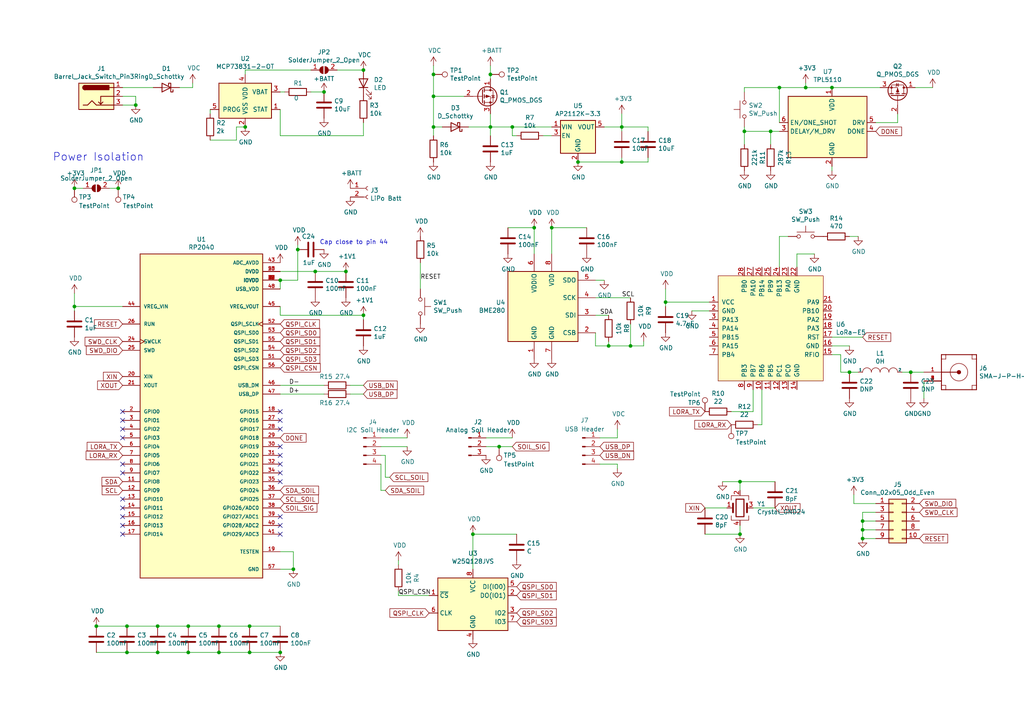
<source format=kicad_sch>
(kicad_sch (version 20211123) (generator eeschema)
  (paper "A4")
  (junction (at 45.72 181.61))
  (junction (at 182.88 100.33))
  (junction (at 214.63 139.7))
  (junction (at 39.37 30.48))
  (junction (at 250.19 156.21))
  (junction (at 167.64 46.99))
  (junction (at 63.5 181.61))
  (junction (at 142.24 36.83))
  (junction (at 45.72 189.23))
  (junction (at 160.02 66.04))
  (junction (at 214.63 154.94))
  (junction (at 21.59 88.9))
  (junction (at 176.53 100.33))
  (junction (at 100.33 78.74))
  (junction (at 154.94 66.04))
  (junction (at 81.28 189.23))
  (junction (at 21.59 54.61))
  (junction (at 241.3 25.4))
  (junction (at 36.83 189.23))
  (junction (at 36.83 181.61))
  (junction (at 86.36 72.39))
  (junction (at 148.59 36.83))
  (junction (at 71.12 36.83))
  (junction (at 233.68 25.4))
  (junction (at 125.73 21.59))
  (junction (at 105.41 91.44))
  (junction (at 91.44 78.74))
  (junction (at 250.19 153.67))
  (junction (at 223.52 38.1))
  (junction (at 180.34 46.99))
  (junction (at 63.5 189.23))
  (junction (at 54.61 181.61))
  (junction (at 72.39 181.61))
  (junction (at 125.73 27.94))
  (junction (at 142.24 21.59))
  (junction (at 34.29 54.61))
  (junction (at 180.34 36.83))
  (junction (at 193.04 87.63))
  (junction (at 215.9 38.1))
  (junction (at 226.06 25.4))
  (junction (at 264.16 107.95))
  (junction (at 125.73 36.83))
  (junction (at 81.28 81.28))
  (junction (at 85.09 165.1))
  (junction (at 27.94 181.61))
  (junction (at 93.98 26.67))
  (junction (at 137.16 154.94))
  (junction (at 72.39 189.23))
  (junction (at 144.78 129.54))
  (junction (at 250.19 151.13))
  (junction (at 246.38 107.95))
  (junction (at 105.41 20.32))
  (junction (at 54.61 189.23))
  (no_connect (at 81.28 139.7))
  (no_connect (at 35.56 127))
  (no_connect (at 35.56 152.4))
  (no_connect (at 35.56 137.16))
  (no_connect (at 35.56 147.32))
  (no_connect (at 35.56 124.46))
  (no_connect (at 81.28 119.38))
  (no_connect (at 81.28 154.94))
  (no_connect (at 35.56 144.78))
  (no_connect (at 35.56 119.38))
  (no_connect (at 81.28 132.08))
  (no_connect (at 35.56 134.62))
  (no_connect (at 81.28 137.16))
  (no_connect (at 81.28 121.92))
  (no_connect (at 81.28 152.4))
  (no_connect (at 81.28 124.46))
  (no_connect (at 35.56 154.94))
  (no_connect (at 35.56 149.86))
  (no_connect (at 81.28 134.62))
  (no_connect (at 81.28 149.86))
  (no_connect (at 81.28 129.54))
  (no_connect (at 35.56 121.92))
  (wire (pts (xy 55.88 25.4) (xy 55.88 24.13)))
  (wire (pts (xy 254 156.21) (xy 250.19 156.21)))
  (wire (pts (xy 97.79 20.32) (xy 105.41 20.32)))
  (wire (pts (xy 260.35 33.02) (xy 260.35 35.56)))
  (wire (pts (xy 105.41 91.44) (xy 105.41 92.71)))
  (wire (pts (xy 142.24 36.83) (xy 148.59 36.83)))
  (wire (pts (xy 81.28 165.1) (xy 85.09 165.1)))
  (wire (pts (xy 85.09 160.02) (xy 85.09 165.1)))
  (wire (pts (xy 215.9 38.1) (xy 223.52 38.1)))
  (wire (pts (xy 254 148.59) (xy 250.19 148.59)))
  (wire (pts (xy 182.88 86.36) (xy 172.72 86.36)))
  (wire (pts (xy 226.06 25.4) (xy 226.06 35.56)))
  (wire (pts (xy 186.69 100.33) (xy 182.88 100.33)))
  (wire (pts (xy 241.3 102.87) (xy 243.84 102.87)))
  (wire (pts (xy 214.63 142.24) (xy 214.63 139.7)))
  (wire (pts (xy 81.28 78.74) (xy 91.44 78.74)))
  (wire (pts (xy 105.41 39.37) (xy 105.41 35.56)))
  (wire (pts (xy 176.53 99.06) (xy 176.53 100.33)))
  (wire (pts (xy 111.76 138.43) (xy 113.03 138.43)))
  (wire (pts (xy 204.47 147.32) (xy 210.82 147.32)))
  (wire (pts (xy 218.44 119.38) (xy 218.44 113.03)))
  (wire (pts (xy 250.19 151.13) (xy 250.19 153.67)))
  (wire (pts (xy 110.49 129.54) (xy 118.11 129.54)))
  (wire (pts (xy 81.28 81.28) (xy 86.36 81.28)))
  (wire (pts (xy 187.96 36.83) (xy 187.96 38.1)))
  (wire (pts (xy 21.59 85.09) (xy 21.59 88.9)))
  (wire (pts (xy 91.44 78.74) (xy 100.33 78.74)))
  (wire (pts (xy 81.28 91.44) (xy 81.28 88.9)))
  (wire (pts (xy 233.68 25.4) (xy 226.06 25.4)))
  (wire (pts (xy 125.73 19.05) (xy 125.73 21.59)))
  (wire (pts (xy 172.72 96.52) (xy 172.72 100.33)))
  (wire (pts (xy 142.24 21.59) (xy 142.24 22.86)))
  (wire (pts (xy 180.34 46.99) (xy 167.64 46.99)))
  (wire (pts (xy 111.76 132.08) (xy 111.76 138.43)))
  (wire (pts (xy 176.53 100.33) (xy 182.88 100.33)))
  (wire (pts (xy 215.9 25.4) (xy 215.9 26.67)))
  (wire (pts (xy 63.5 189.23) (xy 72.39 189.23)))
  (wire (pts (xy 243.84 102.87) (xy 243.84 107.95)))
  (wire (pts (xy 140.97 127) (xy 148.59 127)))
  (wire (pts (xy 35.56 88.9) (xy 21.59 88.9)))
  (wire (pts (xy 186.69 99.06) (xy 186.69 100.33)))
  (wire (pts (xy 182.88 100.33) (xy 182.88 93.98)))
  (wire (pts (xy 187.96 46.99) (xy 180.34 46.99)))
  (wire (pts (xy 68.58 36.83) (xy 71.12 36.83)))
  (wire (pts (xy 231.14 77.47) (xy 231.14 73.66)))
  (wire (pts (xy 93.98 111.76) (xy 81.28 111.76)))
  (wire (pts (xy 110.49 142.24) (xy 111.76 142.24)))
  (wire (pts (xy 180.34 36.83) (xy 187.96 36.83)))
  (wire (pts (xy 223.52 38.1) (xy 226.06 38.1)))
  (wire (pts (xy 157.48 39.37) (xy 160.02 39.37)))
  (wire (pts (xy 71.12 20.32) (xy 90.17 20.32)))
  (wire (pts (xy 137.16 154.94) (xy 137.16 165.1)))
  (wire (pts (xy 170.18 66.04) (xy 160.02 66.04)))
  (wire (pts (xy 173.99 134.62) (xy 179.07 134.62)))
  (wire (pts (xy 60.96 40.64) (xy 68.58 40.64)))
  (wire (pts (xy 265.43 25.4) (xy 270.51 25.4)))
  (wire (pts (xy 223.52 38.1) (xy 223.52 41.91)))
  (wire (pts (xy 35.56 25.4) (xy 44.45 25.4)))
  (wire (pts (xy 125.73 21.59) (xy 125.73 27.94)))
  (wire (pts (xy 36.83 181.61) (xy 45.72 181.61)))
  (wire (pts (xy 142.24 36.83) (xy 142.24 33.02)))
  (wire (pts (xy 90.17 26.67) (xy 93.98 26.67)))
  (wire (pts (xy 173.99 127) (xy 179.07 127)))
  (wire (pts (xy 115.57 172.72) (xy 124.46 172.72)))
  (wire (pts (xy 140.97 129.54) (xy 144.78 129.54)))
  (wire (pts (xy 233.68 24.13) (xy 233.68 25.4)))
  (wire (pts (xy 179.07 134.62) (xy 179.07 135.89)))
  (wire (pts (xy 27.94 181.61) (xy 36.83 181.61)))
  (wire (pts (xy 180.34 33.02) (xy 180.34 36.83)))
  (wire (pts (xy 81.28 91.44) (xy 105.41 91.44)))
  (wire (pts (xy 125.73 27.94) (xy 125.73 36.83)))
  (wire (pts (xy 154.94 73.66) (xy 154.94 66.04)))
  (wire (pts (xy 254 153.67) (xy 250.19 153.67)))
  (wire (pts (xy 45.72 181.61) (xy 54.61 181.61)))
  (wire (pts (xy 125.73 27.94) (xy 134.62 27.94)))
  (wire (pts (xy 214.63 152.4) (xy 214.63 154.94)))
  (wire (pts (xy 233.68 25.4) (xy 241.3 25.4)))
  (wire (pts (xy 187.96 45.72) (xy 187.96 46.99)))
  (wire (pts (xy 125.73 36.83) (xy 128.27 36.83)))
  (wire (pts (xy 205.74 90.17) (xy 200.66 90.17)))
  (wire (pts (xy 247.65 143.51) (xy 247.65 146.05)))
  (wire (pts (xy 241.3 25.4) (xy 255.27 25.4)))
  (wire (pts (xy 86.36 71.12) (xy 86.36 72.39)))
  (wire (pts (xy 115.57 171.45) (xy 115.57 172.72)))
  (wire (pts (xy 144.78 129.54) (xy 148.59 129.54)))
  (wire (pts (xy 180.34 38.1) (xy 180.34 36.83)))
  (wire (pts (xy 27.94 189.23) (xy 36.83 189.23)))
  (wire (pts (xy 220.98 123.19) (xy 220.98 113.03)))
  (wire (pts (xy 71.12 21.59) (xy 71.12 20.32)))
  (wire (pts (xy 264.16 107.95) (xy 261.62 107.95)))
  (wire (pts (xy 149.86 154.94) (xy 137.16 154.94)))
  (wire (pts (xy 72.39 181.61) (xy 63.5 181.61)))
  (wire (pts (xy 250.19 97.79) (xy 241.3 97.79)))
  (wire (pts (xy 68.58 40.64) (xy 68.58 36.83)))
  (wire (pts (xy 267.97 107.95) (xy 264.16 107.95)))
  (wire (pts (xy 110.49 134.62) (xy 110.49 142.24)))
  (wire (pts (xy 267.97 110.49) (xy 267.97 115.57)))
  (wire (pts (xy 193.04 87.63) (xy 205.74 87.63)))
  (wire (pts (xy 21.59 88.9) (xy 21.59 90.17)))
  (wire (pts (xy 180.34 45.72) (xy 180.34 46.99)))
  (wire (pts (xy 115.57 162.56) (xy 115.57 163.83)))
  (wire (pts (xy 215.9 36.83) (xy 215.9 38.1)))
  (wire (pts (xy 39.37 30.48) (xy 35.56 30.48)))
  (wire (pts (xy 250.19 148.59) (xy 250.19 151.13)))
  (wire (pts (xy 204.47 154.94) (xy 214.63 154.94)))
  (wire (pts (xy 110.49 127) (xy 118.11 127)))
  (wire (pts (xy 39.37 27.94) (xy 39.37 30.48)))
  (wire (pts (xy 260.35 35.56) (xy 254 35.56)))
  (wire (pts (xy 215.9 38.1) (xy 215.9 41.91)))
  (wire (pts (xy 175.26 36.83) (xy 180.34 36.83)))
  (wire (pts (xy 179.07 124.46) (xy 179.07 127)))
  (wire (pts (xy 243.84 107.95) (xy 246.38 107.95)))
  (wire (pts (xy 52.07 25.4) (xy 55.88 25.4)))
  (wire (pts (xy 54.61 189.23) (xy 63.5 189.23)))
  (wire (pts (xy 193.04 83.82) (xy 193.04 87.63)))
  (wire (pts (xy 148.59 39.37) (xy 149.86 39.37)))
  (wire (pts (xy 254 151.13) (xy 250.19 151.13)))
  (wire (pts (xy 81.28 189.23) (xy 72.39 189.23)))
  (wire (pts (xy 241.3 48.26) (xy 241.3 49.53)))
  (wire (pts (xy 81.28 39.37) (xy 105.41 39.37)))
  (wire (pts (xy 212.09 119.38) (xy 218.44 119.38)))
  (wire (pts (xy 60.96 33.02) (xy 60.96 31.75)))
  (wire (pts (xy 148.59 36.83) (xy 148.59 39.37)))
  (wire (pts (xy 172.72 91.44) (xy 176.53 91.44)))
  (wire (pts (xy 81.28 81.28) (xy 81.28 83.82)))
  (wire (pts (xy 142.24 19.05) (xy 142.24 21.59)))
  (wire (pts (xy 81.28 31.75) (xy 81.28 39.37)))
  (wire (pts (xy 105.41 114.3) (xy 101.6 114.3)))
  (wire (pts (xy 226.06 68.58) (xy 226.06 77.47)))
  (wire (pts (xy 82.55 26.67) (xy 81.28 26.67)))
  (wire (pts (xy 121.92 76.2) (xy 121.92 83.82)))
  (wire (pts (xy 35.56 27.94) (xy 39.37 27.94)))
  (wire (pts (xy 246.38 68.58) (xy 248.92 68.58)))
  (wire (pts (xy 72.39 181.61) (xy 81.28 181.61)))
  (wire (pts (xy 247.65 146.05) (xy 254 146.05)))
  (wire (pts (xy 219.71 123.19) (xy 220.98 123.19)))
  (wire (pts (xy 175.26 81.28) (xy 172.72 81.28)))
  (wire (pts (xy 250.19 153.67) (xy 250.19 156.21)))
  (wire (pts (xy 135.89 36.83) (xy 142.24 36.83)))
  (wire (pts (xy 105.41 111.76) (xy 101.6 111.76)))
  (wire (pts (xy 148.59 36.83) (xy 160.02 36.83)))
  (wire (pts (xy 142.24 36.83) (xy 142.24 39.37)))
  (wire (pts (xy 54.61 181.61) (xy 63.5 181.61)))
  (wire (pts (xy 154.94 66.04) (xy 147.32 66.04)))
  (wire (pts (xy 93.98 114.3) (xy 81.28 114.3)))
  (wire (pts (xy 125.73 36.83) (xy 125.73 39.37)))
  (wire (pts (xy 45.72 189.23) (xy 54.61 189.23)))
  (wire (pts (xy 214.63 139.7) (xy 224.79 139.7)))
  (wire (pts (xy 31.75 54.61) (xy 34.29 54.61)))
  (wire (pts (xy 231.14 73.66) (xy 236.22 73.66)))
  (wire (pts (xy 214.63 139.7) (xy 209.55 139.7)))
  (wire (pts (xy 226.06 25.4) (xy 215.9 25.4)))
  (wire (pts (xy 110.49 132.08) (xy 111.76 132.08)))
  (wire (pts (xy 193.04 87.63) (xy 193.04 88.9)))
  (wire (pts (xy 21.59 54.61) (xy 24.13 54.61)))
  (wire (pts (xy 81.28 160.02) (xy 85.09 160.02)))
  (wire (pts (xy 228.6 68.58) (xy 226.06 68.58)))
  (wire (pts (xy 160.02 66.04) (xy 160.02 73.66)))
  (wire (pts (xy 36.83 189.23) (xy 45.72 189.23)))
  (wire (pts (xy 248.92 107.95) (xy 246.38 107.95)))
  (wire (pts (xy 224.79 147.32) (xy 218.44 147.32)))
  (wire (pts (xy 86.36 72.39) (xy 86.36 81.28)))
  (wire (pts (xy 246.38 100.33) (xy 241.3 100.33)))
  (wire (pts (xy 172.72 100.33) (xy 176.53 100.33)))
  (text "Power Isolation" (at 15.24 46.99 0) (effects (font (size 2.2606 2.2606)) (justify left bottom)))
  (text "Cap close to pin 44" (at 92.71 71.12 0) (effects (font (size 1.27 1.27)) (justify left bottom)))
  (label "D-" (at 83.82 111.76 0))
  (label "SCL" (at 180.34 86.36 0))
  (label "SDA" (at 173.99 91.44 0))
  (label "RESET" (at 121.92 81.28 0))
  (label "QSPI_CSN" (at 115.57 172.72 0))
  (label "D+" (at 83.82 114.3 0))
  (global_label "SDA" (shape input) (at 35.56 139.7 180) (property "Intersheet References" "${INTERSHEET_REFS}" (effects hide)))
  (global_label "USB_DN" (shape input) (at 105.41 111.76 0) (property "Intersheet References" "${INTERSHEET_REFS}" (effects hide)))
  (global_label "RESET" (shape input) (at 266.7 156.21 0) (property "Intersheet References" "${INTERSHEET_REFS}" (effects hide)))
  (global_label "SDA_SOIL" (shape input) (at 81.28 142.24 0) (property "Intersheet References" "${INTERSHEET_REFS}" (effects hide)))
  (global_label "USB_DP" (shape input) (at 105.41 114.3 0) (property "Intersheet References" "${INTERSHEET_REFS}" (effects hide)))
  (global_label "LORA_TX" (shape input) (at 204.47 119.38 180) (property "Intersheet References" "${INTERSHEET_REFS}" (effects hide)))
  (global_label "QSPI_SD3" (shape input) (at 81.28 104.14 0) (property "Intersheet References" "${INTERSHEET_REFS}" (effects hide)))
  (global_label "LORA_RX" (shape input) (at 35.56 132.08 180) (property "Intersheet References" "${INTERSHEET_REFS}" (effects hide)))
  (global_label "QSPI_CLK" (shape input) (at 81.28 93.98 0) (property "Intersheet References" "${INTERSHEET_REFS}" (effects hide)))
  (global_label "QSPI_SD2" (shape input) (at 81.28 101.6 0) (property "Intersheet References" "${INTERSHEET_REFS}" (effects hide)))
  (global_label "SWD_DIO" (shape input) (at 35.56 101.6 180) (property "Intersheet References" "${INTERSHEET_REFS}" (effects hide)))
  (global_label "SCL_SOIL" (shape input) (at 113.03 138.43 0) (property "Intersheet References" "${INTERSHEET_REFS}" (effects hide)))
  (global_label "LORA_TX" (shape input) (at 35.56 129.54 180) (property "Intersheet References" "${INTERSHEET_REFS}" (effects hide)))
  (global_label "QSPI_CSN" (shape input) (at 81.28 106.68 0) (property "Intersheet References" "${INTERSHEET_REFS}" (effects hide)))
  (global_label "QSPI_SD3" (shape input) (at 149.86 180.34 0) (property "Intersheet References" "${INTERSHEET_REFS}" (effects hide)))
  (global_label "RESET" (shape input) (at 250.19 97.79 0) (property "Intersheet References" "${INTERSHEET_REFS}" (effects hide)))
  (global_label "USB_DP" (shape input) (at 173.99 129.54 0) (property "Intersheet References" "${INTERSHEET_REFS}" (effects hide)))
  (global_label "XOUT" (shape input) (at 35.56 111.76 180) (property "Intersheet References" "${INTERSHEET_REFS}" (effects hide)))
  (global_label "SOIL_SIG" (shape input) (at 81.28 147.32 0) (property "Intersheet References" "${INTERSHEET_REFS}" (effects hide)))
  (global_label "QSPI_SD2" (shape input) (at 149.86 177.8 0) (property "Intersheet References" "${INTERSHEET_REFS}" (effects hide)))
  (global_label "XIN" (shape input) (at 204.47 147.32 180) (property "Intersheet References" "${INTERSHEET_REFS}" (effects hide)))
  (global_label "XOUT" (shape input) (at 224.79 147.32 0) (property "Intersheet References" "${INTERSHEET_REFS}" (effects hide)))
  (global_label "LORA_RX" (shape input) (at 212.09 123.19 180) (property "Intersheet References" "${INTERSHEET_REFS}" (effects hide)))
  (global_label "SOIL_SIG" (shape input) (at 148.59 129.54 0) (property "Intersheet References" "${INTERSHEET_REFS}" (effects hide)))
  (global_label "SCL_SOIL" (shape input) (at 81.28 144.78 0) (property "Intersheet References" "${INTERSHEET_REFS}" (effects hide)))
  (global_label "SWD_CLK" (shape input) (at 35.56 99.06 180) (property "Intersheet References" "${INTERSHEET_REFS}" (effects hide)))
  (global_label "RESET" (shape input) (at 35.56 93.98 180) (property "Intersheet References" "${INTERSHEET_REFS}" (effects hide)))
  (global_label "SCL" (shape input) (at 35.56 142.24 180) (property "Intersheet References" "${INTERSHEET_REFS}" (effects hide)))
  (global_label "QSPI_SD1" (shape input) (at 149.86 172.72 0) (property "Intersheet References" "${INTERSHEET_REFS}" (effects hide)))
  (global_label "DONE" (shape input) (at 254 38.1 0) (property "Intersheet References" "${INTERSHEET_REFS}" (effects hide)))
  (global_label "SWD_DIO" (shape input) (at 266.7 146.05 0) (property "Intersheet References" "${INTERSHEET_REFS}" (effects hide)))
  (global_label "QSPI_SD1" (shape input) (at 81.28 99.06 0) (property "Intersheet References" "${INTERSHEET_REFS}" (effects hide)))
  (global_label "QSPI_SD0" (shape input) (at 81.28 96.52 0) (property "Intersheet References" "${INTERSHEET_REFS}" (effects hide)))
  (global_label "QSPI_SD0" (shape input) (at 149.86 170.18 0) (property "Intersheet References" "${INTERSHEET_REFS}" (effects hide)))
  (global_label "SDA_SOIL" (shape input) (at 111.76 142.24 0) (property "Intersheet References" "${INTERSHEET_REFS}" (effects hide)))
  (global_label "USB_DN" (shape input) (at 173.99 132.08 0) (property "Intersheet References" "${INTERSHEET_REFS}" (effects hide)))
  (global_label "DONE" (shape input) (at 81.28 127 0) (property "Intersheet References" "${INTERSHEET_REFS}" (effects hide)))
  (global_label "XIN" (shape input) (at 35.56 109.22 180) (property "Intersheet References" "${INTERSHEET_REFS}" (effects hide)))
  (global_label "SWD_CLK" (shape input) (at 266.7 148.59 0) (property "Intersheet References" "${INTERSHEET_REFS}" (effects hide)))
  (global_label "QSPI_CLK" (shape input) (at 124.46 177.8 180) (property "Intersheet References" "${INTERSHEET_REFS}" (effects hide)))
  (symbol (lib_id "Connector:Barrel_Jack_Switch_Pin3Ring") (at 27.94 27.94 0) (unit 1)
    (property "Reference" "J1" (at 29.3878 19.8882 0))
    (property "Value" "Barrel_Jack_Switch_Pin3Ring" (at 29.3878 22.1996 0))
    (property "Footprint" "54-00125:54-00125" (effects hide))
  )
  (symbol (lib_id "Device:D_Schottky") (at 48.26 25.4 180) (unit 1)
    (property "Reference" "D1" (at 48.26 19.8882 0))
    (property "Value" "D_Schottky" (at 48.26 22.1996 0))
    (property "Footprint" "Diode_SMD:D_SOD-323" (effects hide))
  )
  (symbol (lib_id "power:GND") (at 39.37 30.48 0) (unit 1)
    (property "Reference" "#PWR06" (effects hide))
    (property "Value" "GND" (at 39.497 34.8742 0))
  )
  (symbol (lib_id "power:VDC") (at 55.88 24.13 0) (unit 1)
    (property "Reference" "#PWR07" (effects hide))
    (property "Value" "VDC" (at 56.261 19.7358 0))
  )
  (symbol (lib_id "power:VDC") (at 105.41 20.32 0) (unit 1)
    (property "Reference" "#PWR018" (effects hide))
    (property "Value" "VDC" (at 105.791 15.9258 0))
  )
  (symbol (lib_id "Battery_Management:MCP73831-2-OT") (at 71.12 29.21 0) (unit 1)
    (property "Reference" "U2" (at 71.12 16.9926 0))
    (property "Value" "MCP73831-2-OT" (at 71.12 19.304 0))
    (property "Footprint" "Package_TO_SOT_SMD:SOT-23-5" (effects hide))
    (property "Datasheet" "http://ww1.microchip.com/downloads/en/DeviceDoc/20001984g.pdf" (effects hide))
  )
  (symbol (lib_id "Device:LED") (at 105.41 24.13 90) (unit 1)
    (property "Reference" "D2" (at 108.4072 23.1394 90) (effects (justify right)))
    (property "Value" "LED" (at 108.4072 25.4508 90) (effects (justify right)))
    (property "Footprint" "LED_SMD:LED_0603_1608Metric" (effects hide))
  )
  (symbol (lib_id "Device:R") (at 105.41 31.75 0) (unit 1)
    (property "Reference" "R3" (at 107.188 30.5816 0) (effects (justify left)))
    (property "Value" "10k" (at 107.188 32.893 0) (effects (justify left)))
    (property "Footprint" "Resistor_SMD:R_0603_1608Metric" (effects hide))
  )
  (symbol (lib_id "power:GND") (at 71.12 36.83 0) (unit 1)
    (property "Reference" "#PWR08" (effects hide))
    (property "Value" "GND" (at 71.247 41.2242 0))
  )
  (symbol (lib_id "Device:C") (at 93.98 30.48 0) (unit 1)
    (property "Reference" "C9" (at 96.901 29.3116 0) (effects (justify left)))
    (property "Value" "10uF" (at 96.901 31.623 0) (effects (justify left)))
    (property "Footprint" "Capacitor_SMD:C_0603_1608Metric" (effects hide))
  )
  (symbol (lib_id "power:GND") (at 93.98 34.29 0) (unit 1)
    (property "Reference" "#PWR015" (effects hide))
    (property "Value" "GND" (at 94.107 38.6842 0))
  )
  (symbol (lib_id "power:+BATT") (at 93.98 26.67 0) (unit 1)
    (property "Reference" "#PWR014" (effects hide))
    (property "Value" "+BATT" (at 93.98 22.86 0))
  )
  (symbol (lib_id "Connector:Conn_01x02_Female") (at 106.68 54.61 0) (unit 1)
    (property "Reference" "J3" (at 107.3912 55.2196 0) (effects (justify left)))
    (property "Value" "LiPo Batt" (at 107.3912 57.531 0) (effects (justify left)))
    (property "Footprint" "Connector_PinHeader_1.27mm:PinHeader_2x01_P1.27mm_Vertical" (effects hide))
  )
  (symbol (lib_id "power:+BATT") (at 101.6 54.61 0) (unit 1)
    (property "Reference" "#PWR020" (effects hide))
    (property "Value" "+BATT" (at 101.981 50.2158 0))
  )
  (symbol (lib_id "power:GND") (at 101.6 57.15 0) (unit 1)
    (property "Reference" "#PWR021" (effects hide))
    (property "Value" "GND" (at 101.727 61.5442 0))
  )
  (symbol (lib_id "power:VDC") (at 125.73 19.05 0) (unit 1)
    (property "Reference" "#PWR026" (effects hide))
    (property "Value" "VDC" (at 126.111 14.6558 0))
  )
  (symbol (lib_id "Device:Q_PMOS_DGS") (at 139.7 27.94 0) (unit 1)
    (property "Reference" "Q1" (at 144.907 26.7716 0) (effects (justify left)))
    (property "Value" "Q_PMOS_DGS" (at 144.907 29.083 0) (effects (justify left)))
    (property "Footprint" "Package_TO_SOT_SMD:SOT-23" (effects hide))
  )
  (symbol (lib_id "power:+BATT") (at 142.24 19.05 0) (unit 1)
    (property "Reference" "#PWR031" (effects hide))
    (property "Value" "+BATT" (at 142.621 14.6558 0))
  )
  (symbol (lib_id "Device:D_Schottky") (at 132.08 36.83 180) (unit 1)
    (property "Reference" "D3" (at 132.08 31.3182 0))
    (property "Value" "D_Schottky" (at 132.08 33.6296 0))
    (property "Footprint" "Diode_SMD:D_SOD-323" (effects hide))
  )
  (symbol (lib_id "Device:R") (at 125.73 43.18 0) (unit 1)
    (property "Reference" "R6" (at 127.508 42.0116 0) (effects (justify left)))
    (property "Value" "10k" (at 127.508 44.323 0) (effects (justify left)))
    (property "Footprint" "Resistor_SMD:R_0603_1608Metric" (effects hide))
  )
  (symbol (lib_id "power:GND") (at 125.73 46.99 0) (unit 1)
    (property "Reference" "#PWR027" (effects hide))
    (property "Value" "GND" (at 125.857 51.3842 0))
  )
  (symbol (lib_id "Device:C") (at 142.24 43.18 0) (unit 1)
    (property "Reference" "C13" (at 145.161 42.0116 0) (effects (justify left)))
    (property "Value" "1uF" (at 145.161 44.323 0) (effects (justify left)))
    (property "Footprint" "Capacitor_SMD:C_0603_1608Metric" (effects hide))
  )
  (symbol (lib_id "power:GND") (at 142.24 46.99 0) (unit 1)
    (property "Reference" "#PWR032" (effects hide))
    (property "Value" "GND" (at 142.367 51.3842 0))
  )
  (symbol (lib_id "Regulator_Linear:AP2112K-3.3") (at 167.64 39.37 0) (unit 1)
    (property "Reference" "U5" (at 167.64 30.6832 0))
    (property "Value" "AP2112K-3.3" (at 167.64 32.9946 0))
    (property "Footprint" "Package_TO_SOT_SMD:SOT-23-5" (effects hide))
    (property "Datasheet" "https://www.diodes.com/assets/Datasheets/AP2112.pdf" (effects hide))
  )
  (symbol (lib_id "Device:R") (at 153.67 39.37 270) (unit 1)
    (property "Reference" "R7" (at 153.67 34.1122 90))
    (property "Value" "10k" (at 153.67 36.4236 90))
    (property "Footprint" "Resistor_SMD:R_0603_1608Metric" (effects hide))
  )
  (symbol (lib_id "power:GND") (at 167.64 46.99 0) (unit 1)
    (property "Reference" "#PWR040" (effects hide))
    (property "Value" "GND" (at 167.767 51.3842 0))
  )
  (symbol (lib_id "power:+3V3") (at 180.34 33.02 0) (unit 1)
    (property "Reference" "#PWR043" (effects hide))
    (property "Value" "+3V3" (at 180.721 28.6258 0))
  )
  (symbol (lib_id "Device:C") (at 180.34 41.91 0) (unit 1)
    (property "Reference" "C17" (at 183.261 40.7416 0) (effects (justify left)))
    (property "Value" "10uF" (at 183.261 43.053 0) (effects (justify left)))
    (property "Footprint" "Capacitor_SMD:C_0603_1608Metric" (effects hide))
  )
  (symbol (lib_id "Device:C") (at 187.96 41.91 0) (unit 1)
    (property "Reference" "C18" (at 190.881 40.7416 0) (effects (justify left)))
    (property "Value" "10uF" (at 190.881 43.053 0) (effects (justify left)))
    (property "Footprint" "Capacitor_SMD:C_0603_1608Metric" (effects hide))
  )
  (symbol (lib_id "Device:R") (at 60.96 36.83 180) (unit 1)
    (property "Reference" "R2" (at 62.738 35.6616 0) (effects (justify right)))
    (property "Value" "2k" (at 62.738 37.973 0) (effects (justify right)))
    (property "Footprint" "Resistor_SMD:R_0603_1608Metric" (effects hide))
  )
  (symbol (lib_id "Timer:TPL5110") (at 241.3 35.56 0) (unit 1)
    (property "Reference" "U7" (at 240.03 20.8026 0))
    (property "Value" "TPL5110" (at 240.03 23.114 0))
    (property "Footprint" "Package_TO_SOT_SMD:SOT-23-6" (effects hide))
    (property "Datasheet" "http://www.ti.com/lit/ds/symlink/tpl5110.pdf" (effects hide))
  )
  (symbol (lib_id "power:+3V3") (at 233.68 24.13 0) (unit 1)
    (property "Reference" "#PWR052" (effects hide))
    (property "Value" "+3V3" (at 234.061 19.7358 0))
  )
  (symbol (lib_id "Switch:SW_Push") (at 215.9 31.75 90) (unit 1)
    (property "Reference" "SW2" (at 217.1192 30.5816 90) (effects (justify right)))
    (property "Value" "SW_Push" (at 217.1192 32.893 90) (effects (justify right)))
    (property "Footprint" "Button_Switch_SMD:SW_Push_1P1T_NO_6x6mm_H9.5mm" (effects hide))
  )
  (symbol (lib_id "Device:R") (at 215.9 45.72 180) (unit 1)
    (property "Reference" "R11" (at 221.1578 45.72 90))
    (property "Value" "221k" (at 218.8464 45.72 90))
    (property "Footprint" "Resistor_SMD:R_0603_1608Metric" (effects hide))
  )
  (symbol (lib_id "Device:R") (at 223.52 45.72 180) (unit 1)
    (property "Reference" "R13" (at 228.7778 45.72 90))
    (property "Value" "287k" (at 226.4664 45.72 90))
    (property "Footprint" "Resistor_SMD:R_0603_1608Metric" (effects hide))
  )
  (symbol (lib_id "power:GND") (at 215.9 49.53 0) (unit 1)
    (property "Reference" "#PWR050" (effects hide))
    (property "Value" "GND" (at 216.027 53.9242 0))
  )
  (symbol (lib_id "power:GND") (at 223.52 49.53 0) (unit 1)
    (property "Reference" "#PWR051" (effects hide))
    (property "Value" "GND" (at 223.647 53.9242 0))
  )
  (symbol (lib_id "power:GND") (at 241.3 49.53 0) (unit 1)
    (property "Reference" "#PWR054" (effects hide))
    (property "Value" "GND" (at 241.427 53.9242 0))
  )
  (symbol (lib_id "Device:Q_PMOS_DGS") (at 260.35 27.94 270) (mirror x) (unit 1)
    (property "Reference" "Q2" (at 260.35 19.2532 90))
    (property "Value" "Q_PMOS_DGS" (at 260.35 21.5646 90))
    (property "Footprint" "Package_TO_SOT_SMD:SOT-23" (effects hide))
  )
  (symbol (lib_id "power:VDD") (at 270.51 25.4 0) (unit 1)
    (property "Reference" "#PWR062" (effects hide))
    (property "Value" "VDD" (at 270.891 21.0058 0))
  )
  (symbol (lib_id "LoRa-E5:LoRa-E5") (at 223.52 95.25 0) (unit 1)
    (property "Reference" "U6" (at 242.4176 94.0816 0) (effects (justify left)))
    (property "Value" "LoRa-E5" (at 242.4176 96.393 0) (effects (justify left)))
    (property "Footprint" "LoRa-E5:LoRa-E5" (effects hide))
  )
  (symbol (lib_id "power:GND") (at 236.22 73.66 0) (unit 1)
    (property "Reference" "#PWR053" (effects hide))
    (property "Value" "GND" (at 236.347 78.0542 0))
  )
  (symbol (lib_id "Switch:SW_Push") (at 233.68 68.58 0) (unit 1)
    (property "Reference" "SW3" (at 233.68 61.341 0))
    (property "Value" "SW_Push" (at 233.68 63.6524 0))
    (property "Footprint" "Button_Switch_SMD:SW_Push_1P1T_NO_6x6mm_H9.5mm" (effects hide))
  )
  (symbol (lib_id "Device:R") (at 242.57 68.58 270) (unit 1)
    (property "Reference" "R14" (at 242.57 63.3222 90))
    (property "Value" "470" (at 242.57 65.6336 90))
    (property "Footprint" "Resistor_SMD:R_0603_1608Metric" (effects hide))
  )
  (symbol (lib_id "power:GND") (at 248.92 68.58 0) (unit 1)
    (property "Reference" "#PWR058" (effects hide))
    (property "Value" "GND" (at 249.047 72.9742 0))
  )
  (symbol (lib_id "power:GND") (at 246.38 100.33 0) (unit 1)
    (property "Reference" "#PWR055" (effects hide))
    (property "Value" "GND" (at 246.507 104.7242 0))
  )
  (symbol (lib_id "Device:C") (at 246.38 111.76 0) (unit 1)
    (property "Reference" "C22" (at 249.301 110.5916 0) (effects (justify left)))
    (property "Value" "DNP" (at 249.301 112.903 0) (effects (justify left)))
    (property "Footprint" "Capacitor_SMD:C_0603_1608Metric" (effects hide))
  )
  (symbol (lib_id "Device:C") (at 264.16 111.76 0) (unit 1)
    (property "Reference" "C23" (at 267.081 110.5916 0) (effects (justify left)))
    (property "Value" "DNP" (at 267.081 112.903 0) (effects (justify left)))
    (property "Footprint" "Capacitor_SMD:C_0603_1608Metric" (effects hide))
  )
  (symbol (lib_id "pspice:INDUCTOR") (at 255.27 107.95 0) (unit 1)
    (property "Reference" "L1" (at 255.27 102.489 0))
    (property "Value" "0H" (at 255.27 104.8004 0))
    (property "Footprint" "Inductor_SMD:L_0603_1608Metric" (effects hide))
  )
  (symbol (lib_id "power:GND") (at 246.38 115.57 0) (unit 1)
    (property "Reference" "#PWR056" (effects hide))
    (property "Value" "GND" (at 246.507 119.9642 0))
  )
  (symbol (lib_id "power:GND") (at 264.16 115.57 0) (unit 1)
    (property "Reference" "#PWR060" (effects hide))
    (property "Value" "GND" (at 264.287 119.9642 0))
  )
  (symbol (lib_id "Device:R") (at 208.28 119.38 270) (unit 1)
    (property "Reference" "R10" (at 208.28 114.1222 90))
    (property "Value" "22" (at 208.28 116.4336 90))
    (property "Footprint" "Resistor_SMD:R_0603_1608Metric" (effects hide))
  )
  (symbol (lib_id "Device:R") (at 215.9 123.19 270) (unit 1)
    (property "Reference" "R12" (at 215.9 117.9322 90))
    (property "Value" "22" (at 215.9 120.2436 90))
    (property "Footprint" "Resistor_SMD:R_0603_1608Metric" (effects hide))
  )
  (symbol (lib_id "power:GND") (at 200.66 90.17 0) (unit 1)
    (property "Reference" "#PWR047" (effects hide))
    (property "Value" "GND" (at 200.787 94.5642 0))
  )
  (symbol (lib_id "Device:C") (at 193.04 92.71 0) (unit 1)
    (property "Reference" "C19" (at 195.961 91.5416 0) (effects (justify left)))
    (property "Value" "4.7uF" (at 195.961 93.853 0) (effects (justify left)))
    (property "Footprint" "Capacitor_SMD:C_0603_1608Metric" (effects hide))
  )
  (symbol (lib_id "power:GND") (at 193.04 96.52 0) (unit 1)
    (property "Reference" "#PWR046" (effects hide))
    (property "Value" "GND" (at 193.167 100.9142 0))
  )
  (symbol (lib_id "power:VDD") (at 193.04 83.82 0) (unit 1)
    (property "Reference" "#PWR045" (effects hide))
    (property "Value" "VDD" (at 193.421 79.4258 0))
  )
  (symbol (lib_id "power:GND") (at 154.94 104.14 0) (unit 1)
    (property "Reference" "#PWR037" (effects hide))
    (property "Value" "GND" (at 155.067 108.5342 0))
  )
  (symbol (lib_id "power:GND") (at 160.02 104.14 0) (unit 1)
    (property "Reference" "#PWR039" (effects hide))
    (property "Value" "GND" (at 160.147 108.5342 0))
  )
  (symbol (lib_id "Device:C") (at 170.18 69.85 0) (unit 1)
    (property "Reference" "C16" (at 173.101 68.6816 0) (effects (justify left)))
    (property "Value" "100nF" (at 173.101 70.993 0) (effects (justify left)))
    (property "Footprint" "Capacitor_SMD:C_0603_1608Metric" (effects hide))
  )
  (symbol (lib_id "power:GND") (at 170.18 73.66 0) (unit 1)
    (property "Reference" "#PWR041" (effects hide))
    (property "Value" "GND" (at 170.307 78.0542 0))
  )
  (symbol (lib_id "power:VDD") (at 160.02 66.04 0) (unit 1)
    (property "Reference" "#PWR038" (effects hide))
    (property "Value" "VDD" (at 160.401 61.6458 0))
  )
  (symbol (lib_id "Device:C") (at 147.32 69.85 0) (unit 1)
    (property "Reference" "C14" (at 150.241 68.6816 0) (effects (justify left)))
    (property "Value" "100nF" (at 150.241 70.993 0) (effects (justify left)))
    (property "Footprint" "Capacitor_SMD:C_0603_1608Metric" (effects hide))
  )
  (symbol (lib_id "power:GND") (at 147.32 73.66 0) (unit 1)
    (property "Reference" "#PWR033" (effects hide))
    (property "Value" "GND" (at 147.447 78.0542 0))
  )
  (symbol (lib_id "power:VDD") (at 154.94 66.04 0) (unit 1)
    (property "Reference" "#PWR036" (effects hide))
    (property "Value" "VDD" (at 155.321 61.6458 0))
  )
  (symbol (lib_id "Device:R") (at 182.88 90.17 180) (unit 1)
    (property "Reference" "R9" (at 188.1378 90.17 90))
    (property "Value" "10k" (at 185.8264 90.17 90))
    (property "Footprint" "Resistor_SMD:R_0603_1608Metric" (effects hide))
  )
  (symbol (lib_id "Device:R") (at 176.53 95.25 180) (unit 1)
    (property "Reference" "R8" (at 181.7878 95.25 90))
    (property "Value" "10k" (at 179.4764 95.25 90))
    (property "Footprint" "Resistor_SMD:R_0603_1608Metric" (effects hide))
  )
  (symbol (lib_id "Sensor:BME280") (at 157.48 88.9 0) (unit 1)
    (property "Reference" "U4" (at 146.5834 87.7316 0) (effects (justify right)))
    (property "Value" "BME280" (at 146.5834 90.043 0) (effects (justify right)))
    (property "Footprint" "Package_LGA:Bosch_LGA-8_2.5x2.5mm_P0.65mm_ClockwisePinNumbering" (effects hide))
    (property "Datasheet" "https://ae-bst.resource.bosch.com/media/_tech/media/datasheets/BST-BME280-DS002.pdf" (effects hide))
  )
  (symbol (lib_id "power:GND") (at 175.26 81.28 0) (unit 1)
    (property "Reference" "#PWR042" (effects hide))
    (property "Value" "GND" (at 175.387 85.6742 0))
  )
  (symbol (lib_id "Memory_Flash:W25Q128JVS") (at 137.16 175.26 0) (unit 1)
    (property "Reference" "U3" (at 137.16 160.5026 0))
    (property "Value" "W25Q128JVS" (at 137.16 162.814 0))
    (property "Footprint" "Package_SO:SOIC-8_5.23x5.23mm_P1.27mm" (effects hide))
    (property "Datasheet" "http://www.winbond.com/resource-files/w25q128jv_dtr%20revc%2003272018%20plus.pdf" (effects hide))
  )
  (symbol (lib_id "Device:R") (at 115.57 167.64 180) (unit 1)
    (property "Reference" "R4" (at 120.8278 167.64 90))
    (property "Value" "10k" (at 118.5164 167.64 90))
    (property "Footprint" "Resistor_SMD:R_0603_1608Metric" (effects hide))
  )
  (symbol (lib_id "Device:C") (at 149.86 158.75 0) (unit 1)
    (property "Reference" "C15" (at 152.781 157.5816 0) (effects (justify left)))
    (property "Value" "C" (at 152.781 159.893 0) (effects (justify left)))
    (property "Footprint" "Capacitor_SMD:C_0603_1608Metric" (effects hide))
  )
  (symbol (lib_id "power:GND") (at 149.86 162.56 0) (unit 1)
    (property "Reference" "#PWR035" (effects hide))
    (property "Value" "GND" (at 149.987 166.9542 0))
  )
  (symbol (lib_id "power:GND") (at 137.16 185.42 0) (unit 1)
    (property "Reference" "#PWR030" (effects hide))
    (property "Value" "GND" (at 137.287 189.8142 0))
  )
  (symbol (lib_id "Connector_Generic:Conn_02x05_Odd_Even") (at 259.08 151.13 0) (unit 1)
    (property "Reference" "J5" (at 260.35 140.5382 0))
    (property "Value" "Conn_02x05_Odd_Even" (at 260.35 142.8496 0))
    (property "Footprint" "Connector_PinHeader_1.27mm:PinHeader_2x05_P1.27mm_Vertical_SMD" (effects hide))
  )
  (symbol (lib_id "power:GND") (at 250.19 156.21 0) (unit 1)
    (property "Reference" "#PWR059" (effects hide))
    (property "Value" "GND" (at 250.317 160.6042 0))
  )
  (symbol (lib_id "power:+3V3") (at 247.65 143.51 0) (unit 1)
    (property "Reference" "#PWR057" (effects hide))
    (property "Value" "+3V3" (at 248.031 139.1158 0))
  )
  (symbol (lib_id "Device:C") (at 27.94 185.42 0) (unit 1)
    (property "Reference" "C2" (at 30.861 184.2516 0) (effects (justify left)))
    (property "Value" "100nF" (at 30.861 186.563 0) (effects (justify left)))
    (property "Footprint" "Capacitor_SMD:C_0603_1608Metric" (effects hide))
  )
  (symbol (lib_id "Device:C") (at 36.83 185.42 0) (unit 1)
    (property "Reference" "C3" (at 39.751 184.2516 0) (effects (justify left)))
    (property "Value" "100nF" (at 39.751 186.563 0) (effects (justify left)))
    (property "Footprint" "Capacitor_SMD:C_0603_1608Metric" (effects hide))
  )
  (symbol (lib_id "Device:C") (at 45.72 185.42 0) (unit 1)
    (property "Reference" "C4" (at 48.641 184.2516 0) (effects (justify left)))
    (property "Value" "100nF" (at 48.641 186.563 0) (effects (justify left)))
    (property "Footprint" "Capacitor_SMD:C_0603_1608Metric" (effects hide))
  )
  (symbol (lib_id "Device:C") (at 54.61 185.42 0) (unit 1)
    (property "Reference" "C5" (at 57.531 184.2516 0) (effects (justify left)))
    (property "Value" "100nF" (at 57.531 186.563 0) (effects (justify left)))
    (property "Footprint" "Capacitor_SMD:C_0603_1608Metric" (effects hide))
  )
  (symbol (lib_id "Device:C") (at 63.5 185.42 0) (unit 1)
    (property "Reference" "C6" (at 66.421 184.2516 0) (effects (justify left)))
    (property "Value" "100nF" (at 66.421 186.563 0) (effects (justify left)))
    (property "Footprint" "Capacitor_SMD:C_0603_1608Metric" (effects hide))
  )
  (symbol (lib_id "Device:C") (at 72.39 185.42 0) (unit 1)
    (property "Reference" "C7" (at 75.311 184.2516 0) (effects (justify left)))
    (property "Value" "100nF" (at 75.311 186.563 0) (effects (justify left)))
    (property "Footprint" "Capacitor_SMD:C_0603_1608Metric" (effects hide))
  )
  (symbol (lib_id "Device:C") (at 81.28 185.42 0) (unit 1)
    (property "Reference" "C8" (at 84.201 184.2516 0) (effects (justify left)))
    (property "Value" "100nF" (at 84.201 186.563 0) (effects (justify left)))
    (property "Footprint" "Capacitor_SMD:C_0603_1608Metric" (effects hide))
  )
  (symbol (lib_id "power:GND") (at 81.28 189.23 0) (unit 1)
    (property "Reference" "#PWR012" (effects hide))
    (property "Value" "GND" (at 81.407 193.6242 0))
  )
  (symbol (lib_id "Device:Crystal_GND24") (at 214.63 147.32 0) (unit 1)
    (property "Reference" "Y1" (at 219.5576 146.1516 0) (effects (justify left)))
    (property "Value" "Crystal_GND24" (at 219.5576 148.463 0) (effects (justify left)))
    (property "Footprint" "Oscillator:Oscillator_SMD_Abracon_ASDMB-4Pin_2.5x2.0mm" (effects hide))
  )
  (symbol (lib_id "Device:C") (at 224.79 143.51 0) (unit 1)
    (property "Reference" "C21" (at 227.711 142.3416 0) (effects (justify left)))
    (property "Value" "8pF" (at 227.711 144.653 0) (effects (justify left)))
    (property "Footprint" "Capacitor_SMD:C_0603_1608Metric" (effects hide))
  )
  (symbol (lib_id "Device:C") (at 204.47 151.13 0) (unit 1)
    (property "Reference" "C20" (at 207.391 149.9616 0) (effects (justify left)))
    (property "Value" "8pF" (at 207.391 152.273 0) (effects (justify left)))
    (property "Footprint" "Capacitor_SMD:C_0603_1608Metric" (effects hide))
  )
  (symbol (lib_id "power:GND") (at 214.63 154.94 0) (unit 1)
    (property "Reference" "#PWR049" (effects hide))
    (property "Value" "GND" (at 214.757 159.3342 0))
  )
  (symbol (lib_id "power:GND") (at 209.55 139.7 0) (unit 1)
    (property "Reference" "#PWR048" (effects hide))
    (property "Value" "GND" (at 209.677 144.0942 0))
  )
  (symbol (lib_id "RP2040:RP2040") (at 58.42 121.92 0) (unit 1)
    (property "Reference" "U1" (at 58.42 69.4182 0))
    (property "Value" "RP2040" (at 58.42 71.7296 0))
    (property "Footprint" "RP2040KICAD:QFN40P700X700X90-57N" (effects hide))
    (property "MANUFACTURER" "Raspberry Pi" (effects hide))
    (property "PARTREV" "1.6.1" (effects hide))
    (property "MAXIMUM_PACKAGE_HEIGHT" "0.9 mm" (effects hide))
    (property "STANDARD" "IPC 7351B" (effects hide))
  )
  (symbol (lib_id "power:VDD") (at 81.28 76.2 0) (unit 1)
    (property "Reference" "#PWR011" (effects hide))
    (property "Value" "VDD" (at 81.661 71.8058 0))
  )
  (symbol (lib_id "Device:C") (at 91.44 82.55 0) (unit 1)
    (property "Reference" "C10" (at 94.361 81.3816 0) (effects (justify left)))
    (property "Value" "100nF" (at 94.361 83.693 0) (effects (justify left)))
    (property "Footprint" "Capacitor_SMD:C_0603_1608Metric" (effects hide))
  )
  (symbol (lib_id "Device:C") (at 100.33 82.55 0) (unit 1)
    (property "Reference" "C11" (at 103.251 81.3816 0) (effects (justify left)))
    (property "Value" "100nF" (at 103.251 83.693 0) (effects (justify left)))
    (property "Footprint" "Capacitor_SMD:C_0603_1608Metric" (effects hide))
  )
  (symbol (lib_id "power:GND") (at 100.33 86.36 0) (unit 1)
    (property "Reference" "#PWR019" (effects hide))
    (property "Value" "GND" (at 100.457 90.7542 0))
  )
  (symbol (lib_id "power:GND") (at 91.44 86.36 0) (unit 1)
    (property "Reference" "#PWR017" (effects hide))
    (property "Value" "GND" (at 91.567 90.7542 0))
  )
  (symbol (lib_id "power:VDD") (at 86.36 71.12 0) (unit 1)
    (property "Reference" "#PWR013" (effects hide))
    (property "Value" "VDD" (at 86.741 66.7258 0))
  )
  (symbol (lib_id "Device:C") (at 105.41 96.52 0) (unit 1)
    (property "Reference" "C12" (at 108.331 95.3516 0) (effects (justify left)))
    (property "Value" "1uF" (at 108.331 97.663 0) (effects (justify left)))
    (property "Footprint" "Capacitor_SMD:C_0603_1608Metric" (effects hide))
  )
  (symbol (lib_id "power:GND") (at 105.41 100.33 0) (unit 1)
    (property "Reference" "#PWR022" (effects hide))
    (property "Value" "GND" (at 105.537 104.7242 0))
  )
  (symbol (lib_id "power:GND") (at 85.09 165.1 0) (unit 1)
    (property "Reference" "#PWR016" (effects hide))
    (property "Value" "GND" (at 85.217 169.4942 0))
  )
  (symbol (lib_id "power:VDD") (at 21.59 85.09 0) (unit 1)
    (property "Reference" "#PWR02" (effects hide))
    (property "Value" "VDD" (at 21.971 80.6958 0))
  )
  (symbol (lib_id "Device:C") (at 21.59 93.98 0) (unit 1)
    (property "Reference" "C1" (at 24.511 92.8116 0) (effects (justify left)))
    (property "Value" "1uF" (at 24.511 95.123 0) (effects (justify left)))
    (property "Footprint" "Capacitor_SMD:C_0603_1608Metric" (effects hide))
  )
  (symbol (lib_id "power:GND") (at 21.59 97.79 0) (unit 1)
    (property "Reference" "#PWR03" (effects hide))
    (property "Value" "GND" (at 21.717 102.1842 0))
  )
  (symbol (lib_id "power:VDD") (at 186.69 99.06 0) (unit 1)
    (property "Reference" "#PWR044" (effects hide))
    (property "Value" "VDD" (at 187.071 94.6658 0))
  )
  (symbol (lib_id "power:+3V3") (at 21.59 54.61 0) (unit 1)
    (property "Reference" "#PWR01" (effects hide))
    (property "Value" "+3V3" (at 21.971 50.2158 0))
  )
  (symbol (lib_id "power:VDD") (at 34.29 54.61 0) (unit 1)
    (property "Reference" "#PWR05" (effects hide))
    (property "Value" "VDD" (at 34.671 50.2158 0))
  )
  (symbol (lib_id "power:VDD") (at 121.92 68.58 0) (unit 1)
    (property "Reference" "#PWR024" (effects hide))
    (property "Value" "VDD" (at 122.301 64.1858 0))
  )
  (symbol (lib_id "Device:R") (at 121.92 72.39 0) (unit 1)
    (property "Reference" "R5" (at 123.698 71.2216 0) (effects (justify left)))
    (property "Value" "10k" (at 123.698 73.533 0) (effects (justify left)))
    (property "Footprint" "Resistor_SMD:R_0603_1608Metric" (effects hide))
  )
  (symbol (lib_id "Switch:SW_Push") (at 121.92 88.9 270) (unit 1)
    (property "Reference" "SW1" (at 125.6792 87.7316 90) (effects (justify left)))
    (property "Value" "SW_Push" (at 125.6792 90.043 90) (effects (justify left)))
    (property "Footprint" "Button_Switch_SMD:SW_Push_1P1T_NO_6x6mm_H9.5mm" (effects hide))
  )
  (symbol (lib_id "power:GND") (at 121.92 93.98 0) (unit 1)
    (property "Reference" "#PWR025" (effects hide))
    (property "Value" "GND" (at 122.047 98.3742 0))
  )
  (symbol (lib_id "power:VDD") (at 148.59 127 0) (unit 1)
    (property "Reference" "#PWR010" (effects hide))
    (property "Value" "VDD" (at 148.971 122.6058 0))
  )
  (symbol (lib_id "power:GND") (at 140.97 132.08 0) (unit 1)
    (property "Reference" "#PWR09" (effects hide))
    (property "Value" "GND" (at 141.097 136.4742 0))
  )
  (symbol (lib_id "Connector:Conn_01x03_Male") (at 135.89 129.54 0) (unit 1)
    (property "Reference" "J2" (at 138.6332 122.4026 0))
    (property "Value" "Analog Soil Header" (at 138.6332 124.714 0))
    (property "Footprint" "Connector_PinHeader_1.27mm:PinHeader_1x03_P1.27mm_Vertical" (effects hide))
  )
  (symbol (lib_id "Connector:Conn_01x04_Male") (at 105.41 129.54 0) (unit 1)
    (property "Reference" "J4" (at 108.1532 122.4026 0))
    (property "Value" "I2C Soil Header" (at 108.1532 124.714 0))
    (property "Footprint" "Connector_PinHeader_1.27mm:PinHeader_1x04_P1.27mm_Vertical" (effects hide))
  )
  (symbol (lib_id "power:VDD") (at 118.11 127 0) (unit 1)
    (property "Reference" "#PWR028" (effects hide))
    (property "Value" "VDD" (at 118.491 122.6058 0))
  )
  (symbol (lib_id "power:GND") (at 118.11 129.54 0) (unit 1)
    (property "Reference" "#PWR029" (effects hide))
    (property "Value" "GND" (at 118.237 133.9342 0))
  )
  (symbol (lib_id "SMA-J-P-H-RA-TH1:SMA-J-P-H-RA-TH1") (at 278.13 107.95 0) (mirror y) (unit 1)
    (property "Reference" "J6" (at 283.972 106.7816 0) (effects (justify right)))
    (property "Value" "SMA-J-P-H-RA-TH1" (at 283.972 109.093 0) (effects (justify right)))
    (property "Footprint" "54-00125:SMA_Amphenol_132289_EdgeMount_new" (effects hide))
    (property "STANDARD" "Manufacturer recommendations" (effects hide))
    (property "PARTREV" "K" (effects hide))
    (property "MANUFACTURER" "Samtec" (effects hide))
  )
  (symbol (lib_id "power:GND") (at 267.97 115.57 0) (unit 1)
    (property "Reference" "#PWR061" (effects hide))
    (property "Value" "GND" (at 268.097 119.9642 0))
  )
  (symbol (lib_id "Jumper:SolderJumper_2_Open") (at 27.94 54.61 0) (unit 1)
    (property "Reference" "JP1" (at 27.94 49.403 0))
    (property "Value" "SolderJumper_2_Open" (at 27.94 51.7144 0))
    (property "Footprint" "Jumper:SolderJumper-2_P1.3mm_Open_RoundedPad1.0x1.5mm" (effects hide))
  )
  (symbol (lib_id "power:VDD") (at 27.94 181.61 0) (unit 1)
    (property "Reference" "#PWR0101" (effects hide))
    (property "Value" "VDD" (at 28.321 177.2158 0))
  )
  (symbol (lib_id "power:VDD") (at 115.57 162.56 0) (unit 1)
    (property "Reference" "#PWR0102" (effects hide))
    (property "Value" "VDD" (at 115.951 158.1658 0))
  )
  (symbol (lib_id "power:VDD") (at 137.16 154.94 0) (unit 1)
    (property "Reference" "#PWR0103" (effects hide))
    (property "Value" "VDD" (at 137.541 150.5458 0))
  )
  (symbol (lib_id "Connector:TestPoint") (at 125.73 21.59 270) (unit 1)
    (property "Reference" "TP1" (at 130.5052 20.4216 90) (effects (justify left)))
    (property "Value" "TestPoint" (at 130.5052 22.733 90) (effects (justify left)))
    (property "Footprint" "TestPoint:TestPoint_Loop_D1.80mm_Drill1.0mm_Beaded" (effects hide))
  )
  (symbol (lib_id "Connector:TestPoint") (at 142.24 21.59 270) (unit 1)
    (property "Reference" "TP2" (at 147.0152 20.4216 90) (effects (justify left)))
    (property "Value" "TestPoint" (at 147.0152 22.733 90) (effects (justify left)))
    (property "Footprint" "TestPoint:TestPoint_Loop_D1.80mm_Drill1.0mm_Beaded" (effects hide))
  )
  (symbol (lib_id "Device:R") (at 86.36 26.67 270) (unit 1)
    (property "Reference" "R1" (at 85.09 24.13 90) (effects (justify left)))
    (property "Value" "0" (at 85.217 28.448 90) (effects (justify left)))
    (property "Footprint" "Resistor_SMD:R_0603_1608Metric" (effects hide))
  )
  (symbol (lib_id "Connector:TestPoint") (at 21.59 54.61 180) (unit 1)
    (property "Reference" "TP3" (at 22.86 57.15 0) (effects (justify right)))
    (property "Value" "TestPoint" (at 22.86 59.69 0) (effects (justify right)))
    (property "Footprint" "TestPoint:TestPoint_Loop_D1.80mm_Drill1.0mm_Beaded" (effects hide))
  )
  (symbol (lib_id "Connector:TestPoint") (at 34.29 54.61 180) (unit 1)
    (property "Reference" "TP4" (at 35.56 57.15 0) (effects (justify right)))
    (property "Value" "TestPoint" (at 35.56 59.69 0) (effects (justify right)))
    (property "Footprint" "TestPoint:TestPoint_Loop_D1.80mm_Drill1.0mm_Beaded" (effects hide))
  )
  (symbol (lib_id "Connector:TestPoint") (at 144.78 129.54 180) (unit 1)
    (property "Reference" "TP5" (at 146.05 132.08 0) (effects (justify right)))
    (property "Value" "TestPoint" (at 146.05 134.62 0) (effects (justify right)))
    (property "Footprint" "TestPoint:TestPoint_Loop_D1.80mm_Drill1.0mm_Beaded" (effects hide))
  )
  (symbol (lib_id "Connector:TestPoint") (at 212.09 123.19 180) (unit 1)
    (property "Reference" "TP7" (at 213.36 125.73 0) (effects (justify right)))
    (property "Value" "TestPoint" (at 213.36 128.27 0) (effects (justify right)))
    (property "Footprint" "TestPoint:TestPoint_Loop_D1.80mm_Drill1.0mm_Beaded" (effects hide))
  )
  (symbol (lib_id "Connector:TestPoint") (at 204.47 119.38 0) (unit 1)
    (property "Reference" "TP6" (at 203.2 116.84 0) (effects (justify right)))
    (property "Value" "TestPoint" (at 203.2 114.3 0) (effects (justify right)))
    (property "Footprint" "TestPoint:TestPoint_Loop_D1.80mm_Drill1.0mm_Beaded" (effects hide))
  )
  (symbol (lib_id "power:+1V1") (at 105.41 91.44 0) (unit 1)
    (property "Reference" "#PWR0104" (effects hide))
    (property "Value" "+1V1" (at 105.791 87.0458 0))
  )
  (symbol (lib_id "power:+1V1") (at 100.33 78.74 0) (unit 1)
    (property "Reference" "#PWR0105" (effects hide))
    (property "Value" "+1V1" (at 100.711 74.3458 0))
  )
  (symbol (lib_id "Device:C") (at 90.17 72.39 90) (unit 1)
    (property "Reference" "C24" (at 91.44 68.58 90) (effects (justify left)))
    (property "Value" "1uF" (at 91.44 76.2 90) (effects (justify left)))
    (property "Footprint" "Capacitor_SMD:C_0603_1608Metric" (effects hide))
  )
  (symbol (lib_id "Jumper:SolderJumper_2_Open") (at 93.98 20.32 0) (unit 1)
    (property "Reference" "JP2" (at 93.98 15.113 0))
    (property "Value" "SolderJumper_2_Open" (at 93.98 17.4244 0))
    (property "Footprint" "Jumper:SolderJumper-2_P1.3mm_Open_RoundedPad1.0x1.5mm" (effects hide))
  )
  (symbol (lib_id "power:VDC") (at 179.07 124.46 0) (unit 1)
    (property "Reference" "#PWR023" (effects hide))
    (property "Value" "VDC" (at 179.451 120.0658 0))
  )
  (symbol (lib_id "power:GND") (at 93.98 72.39 0) (unit 1)
    (property "Reference" "#PWR04" (effects hide))
    (property "Value" "GND" (at 94.107 76.7842 0))
  )
  (symbol (lib_id "Device:R") (at 97.79 114.3 90) (unit 1)
    (property "Reference" "R16" (at 96.52 116.84 90) (effects (justify left)))
    (property "Value" "27.4" (at 101.6 116.84 90) (effects (justify left)))
    (property "Footprint" "Resistor_SMD:R_0603_1608Metric" (effects hide))
  )
  (symbol (lib_id "power:GND") (at 179.07 135.89 0) (unit 1)
    (property "Reference" "#PWR034" (effects hide))
    (property "Value" "GND" (at 179.197 140.2842 0))
  )
  (symbol (lib_id "Device:R") (at 97.79 111.76 90) (unit 1)
    (property "Reference" "R15" (at 96.52 109.22 90) (effects (justify left)))
    (property "Value" "27.4" (at 101.6 109.22 90) (effects (justify left)))
    (property "Footprint" "Resistor_SMD:R_0603_1608Metric" (effects hide))
  )
  (symbol (lib_id "Connector:Conn_01x04_Male") (at 168.91 129.54 0) (unit 1)
    (property "Reference" "J7" (at 169.545 121.92 0))
    (property "Value" "USB Header" (at 169.545 124.46 0))
    (property "Footprint" "Connector_PinHeader_1.27mm:PinHeader_1x04_P1.27mm_Vertical" (effects hide))
  )
)
</source>
